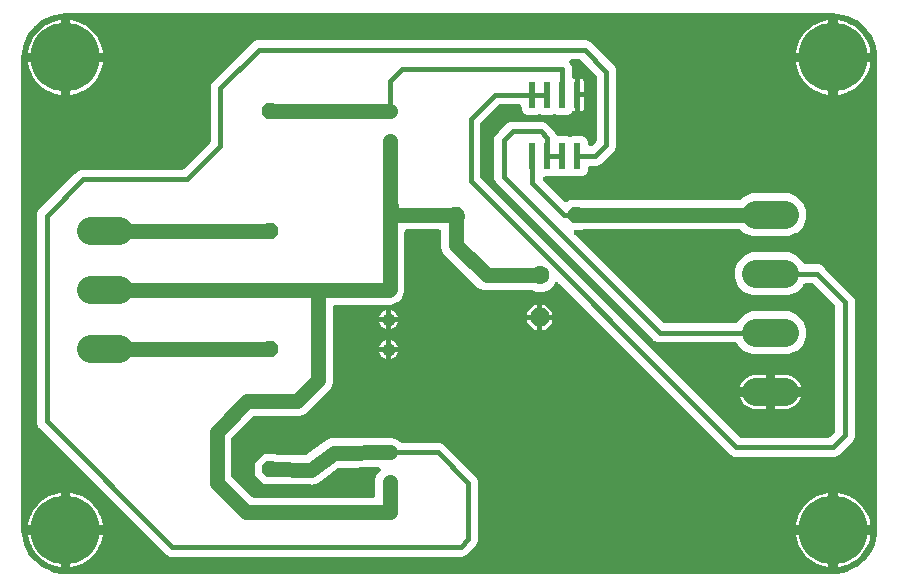
<source format=gbr>
G04 EAGLE Gerber X2 export*
%TF.Part,Single*%
%TF.FileFunction,Copper,L2,Bot,Mixed*%
%TF.FilePolarity,Positive*%
%TF.GenerationSoftware,Autodesk,EAGLE,9.0.0*%
%TF.CreationDate,2023-01-31T01:08:40Z*%
G75*
%MOMM*%
%FSLAX34Y34*%
%LPD*%
%AMOC8*
5,1,8,0,0,1.08239X$1,22.5*%
G01*
%ADD10P,1.732040X8X292.500000*%
%ADD11C,1.600200*%
%ADD12R,0.600000X2.200000*%
%ADD13C,1.117600*%
%ADD14P,1.429621X8X112.500000*%
%ADD15P,1.429621X8X202.500000*%
%ADD16C,2.400000*%
%ADD17C,5.842000*%
%ADD18C,1.270000*%
%ADD19C,0.406400*%

G36*
X700049Y12706D02*
X700049Y12706D01*
X700114Y12704D01*
X704063Y12926D01*
X704067Y12926D01*
X704072Y12926D01*
X704401Y12973D01*
X712100Y14731D01*
X712159Y14750D01*
X712220Y14762D01*
X712403Y14832D01*
X712482Y14859D01*
X712502Y14871D01*
X712530Y14881D01*
X719645Y18308D01*
X719698Y18340D01*
X719755Y18365D01*
X719917Y18474D01*
X719989Y18517D01*
X720006Y18533D01*
X720030Y18550D01*
X726205Y23474D01*
X726249Y23517D01*
X726299Y23554D01*
X726434Y23697D01*
X726493Y23755D01*
X726506Y23774D01*
X726526Y23795D01*
X731450Y29970D01*
X731484Y30022D01*
X731524Y30069D01*
X731624Y30238D01*
X731669Y30308D01*
X731677Y30330D01*
X731692Y30355D01*
X735119Y37470D01*
X735140Y37529D01*
X735169Y37583D01*
X735228Y37770D01*
X735257Y37849D01*
X735260Y37872D01*
X735269Y37900D01*
X737027Y45599D01*
X737027Y45604D01*
X737029Y45609D01*
X737074Y45937D01*
X737296Y49886D01*
X737294Y49935D01*
X737299Y50000D01*
X737299Y450000D01*
X737294Y450049D01*
X737296Y450114D01*
X737074Y454063D01*
X737074Y454067D01*
X737074Y454072D01*
X737027Y454401D01*
X735269Y462100D01*
X735250Y462159D01*
X735238Y462220D01*
X735168Y462403D01*
X735141Y462482D01*
X735129Y462502D01*
X735119Y462530D01*
X731692Y469645D01*
X731660Y469698D01*
X731635Y469755D01*
X731526Y469917D01*
X731483Y469989D01*
X731467Y470006D01*
X731450Y470030D01*
X726526Y476205D01*
X726483Y476249D01*
X726446Y476299D01*
X726303Y476434D01*
X726245Y476493D01*
X726226Y476506D01*
X726205Y476526D01*
X720030Y481450D01*
X719978Y481484D01*
X719931Y481524D01*
X719796Y481604D01*
X719790Y481609D01*
X719777Y481615D01*
X719762Y481624D01*
X719692Y481669D01*
X719670Y481678D01*
X719645Y481692D01*
X712530Y485119D01*
X712471Y485140D01*
X712417Y485169D01*
X712230Y485228D01*
X712151Y485257D01*
X712128Y485260D01*
X712100Y485269D01*
X704401Y487027D01*
X704396Y487027D01*
X704391Y487029D01*
X704063Y487074D01*
X700114Y487296D01*
X700065Y487294D01*
X700000Y487299D01*
X50000Y487299D01*
X49951Y487294D01*
X49886Y487296D01*
X45937Y487074D01*
X45933Y487074D01*
X45928Y487074D01*
X45599Y487027D01*
X37900Y485269D01*
X37841Y485250D01*
X37780Y485238D01*
X37597Y485168D01*
X37518Y485141D01*
X37498Y485129D01*
X37470Y485119D01*
X30355Y481692D01*
X30302Y481660D01*
X30245Y481635D01*
X30139Y481564D01*
X30067Y481524D01*
X30041Y481501D01*
X30011Y481483D01*
X29994Y481467D01*
X29970Y481450D01*
X23795Y476526D01*
X23751Y476483D01*
X23701Y476446D01*
X23567Y476304D01*
X23507Y476245D01*
X23494Y476226D01*
X23474Y476205D01*
X18550Y470030D01*
X18516Y469978D01*
X18476Y469931D01*
X18376Y469762D01*
X18331Y469692D01*
X18323Y469670D01*
X18308Y469645D01*
X14881Y462530D01*
X14860Y462471D01*
X14831Y462417D01*
X14772Y462230D01*
X14743Y462151D01*
X14740Y462128D01*
X14731Y462100D01*
X12973Y454401D01*
X12973Y454396D01*
X12971Y454391D01*
X12926Y454063D01*
X12704Y450114D01*
X12706Y450065D01*
X12701Y450000D01*
X12701Y50000D01*
X12706Y49951D01*
X12704Y49886D01*
X12926Y45937D01*
X12926Y45933D01*
X12926Y45928D01*
X12973Y45599D01*
X14731Y37900D01*
X14750Y37841D01*
X14762Y37780D01*
X14832Y37597D01*
X14859Y37518D01*
X14871Y37498D01*
X14881Y37470D01*
X18308Y30355D01*
X18340Y30302D01*
X18365Y30245D01*
X18474Y30083D01*
X18517Y30011D01*
X18533Y29994D01*
X18550Y29970D01*
X23474Y23795D01*
X23517Y23751D01*
X23554Y23701D01*
X23697Y23566D01*
X23755Y23507D01*
X23774Y23494D01*
X23795Y23474D01*
X29970Y18550D01*
X30022Y18516D01*
X30069Y18476D01*
X30238Y18376D01*
X30308Y18331D01*
X30330Y18323D01*
X30355Y18308D01*
X37470Y14881D01*
X37529Y14860D01*
X37583Y14831D01*
X37770Y14772D01*
X37849Y14743D01*
X37872Y14740D01*
X37900Y14731D01*
X45599Y12973D01*
X45604Y12973D01*
X45609Y12971D01*
X45937Y12926D01*
X49886Y12704D01*
X49935Y12706D01*
X50000Y12701D01*
X700000Y12701D01*
X700049Y12706D01*
G37*
%LPC*%
G36*
X138883Y27371D02*
X138883Y27371D01*
X135895Y28609D01*
X27109Y137395D01*
X25871Y140383D01*
X25871Y317617D01*
X27109Y320605D01*
X29681Y323177D01*
X57823Y351319D01*
X60395Y353891D01*
X63383Y355129D01*
X148792Y355129D01*
X148818Y355131D01*
X148845Y355129D01*
X149019Y355151D01*
X149192Y355169D01*
X149218Y355176D01*
X149244Y355180D01*
X149410Y355235D01*
X149577Y355287D01*
X149601Y355300D01*
X149626Y355308D01*
X149778Y355395D01*
X149931Y355479D01*
X149952Y355496D01*
X149975Y355509D01*
X150228Y355724D01*
X172276Y377772D01*
X172293Y377793D01*
X172314Y377810D01*
X172421Y377948D01*
X172531Y378084D01*
X172544Y378107D01*
X172560Y378128D01*
X172638Y378285D01*
X172720Y378439D01*
X172728Y378465D01*
X172740Y378489D01*
X172785Y378658D01*
X172835Y378825D01*
X172837Y378852D01*
X172844Y378878D01*
X172871Y379208D01*
X172871Y425617D01*
X174109Y428605D01*
X208895Y463391D01*
X211883Y464629D01*
X491117Y464629D01*
X494105Y463391D01*
X514891Y442605D01*
X516129Y439617D01*
X516129Y374383D01*
X514891Y371395D01*
X503005Y359509D01*
X500017Y358271D01*
X494478Y358271D01*
X494460Y358269D01*
X494442Y358271D01*
X494260Y358250D01*
X494077Y358231D01*
X494060Y358226D01*
X494043Y358224D01*
X493868Y358167D01*
X493692Y358113D01*
X493677Y358105D01*
X493660Y358099D01*
X493500Y358009D01*
X493338Y357921D01*
X493325Y357910D01*
X493309Y357901D01*
X493170Y357781D01*
X493029Y357664D01*
X493018Y357650D01*
X493004Y357638D01*
X492892Y357493D01*
X492777Y357350D01*
X492769Y357334D01*
X492758Y357320D01*
X492676Y357155D01*
X492591Y356993D01*
X492586Y356976D01*
X492578Y356960D01*
X492531Y356781D01*
X492480Y356606D01*
X492478Y356588D01*
X492474Y356571D01*
X492447Y356240D01*
X492447Y354187D01*
X491519Y351946D01*
X489804Y350231D01*
X488594Y349730D01*
X488593Y349730D01*
X487563Y349303D01*
X479137Y349303D01*
X477777Y349867D01*
X477752Y349874D01*
X477728Y349886D01*
X477559Y349933D01*
X477392Y349983D01*
X477365Y349986D01*
X477339Y349993D01*
X477165Y350005D01*
X476991Y350021D01*
X476965Y350018D01*
X476938Y350020D01*
X476763Y349997D01*
X476591Y349980D01*
X476565Y349972D01*
X476539Y349968D01*
X476223Y349867D01*
X474863Y349303D01*
X466437Y349303D01*
X465077Y349867D01*
X465052Y349874D01*
X465028Y349886D01*
X464859Y349933D01*
X464692Y349983D01*
X464665Y349986D01*
X464639Y349993D01*
X464465Y350005D01*
X464291Y350021D01*
X464265Y350018D01*
X464238Y350020D01*
X464063Y349997D01*
X463891Y349980D01*
X463865Y349972D01*
X463839Y349968D01*
X463523Y349867D01*
X462163Y349303D01*
X456096Y349303D01*
X456088Y349302D01*
X456079Y349303D01*
X455885Y349282D01*
X455696Y349263D01*
X455687Y349261D01*
X455678Y349260D01*
X455494Y349201D01*
X455311Y349145D01*
X455303Y349141D01*
X455294Y349138D01*
X455126Y349045D01*
X454957Y348953D01*
X454950Y348948D01*
X454942Y348943D01*
X454795Y348819D01*
X454648Y348696D01*
X454642Y348689D01*
X454635Y348683D01*
X454515Y348531D01*
X454395Y348382D01*
X454391Y348374D01*
X454386Y348367D01*
X454298Y348194D01*
X454210Y348025D01*
X454207Y348016D01*
X454203Y348008D01*
X454151Y347821D01*
X454098Y347638D01*
X454098Y347629D01*
X454095Y347620D01*
X454081Y347427D01*
X454065Y347236D01*
X454066Y347228D01*
X454066Y347219D01*
X454090Y347026D01*
X454112Y346837D01*
X454115Y346828D01*
X454116Y346819D01*
X454177Y346637D01*
X454237Y346454D01*
X454242Y346446D01*
X454244Y346438D01*
X454341Y346271D01*
X454435Y346103D01*
X454441Y346096D01*
X454445Y346089D01*
X454660Y345836D01*
X472381Y328115D01*
X472390Y328107D01*
X472395Y328102D01*
X472398Y328099D01*
X472406Y328090D01*
X472550Y327976D01*
X472692Y327860D01*
X472708Y327852D01*
X472722Y327840D01*
X472887Y327757D01*
X473048Y327671D01*
X473065Y327666D01*
X473081Y327658D01*
X473259Y327609D01*
X473434Y327556D01*
X473452Y327555D01*
X473469Y327550D01*
X473652Y327537D01*
X473835Y327520D01*
X473853Y327522D01*
X473870Y327521D01*
X474052Y327544D01*
X474235Y327563D01*
X474252Y327569D01*
X474270Y327571D01*
X474443Y327629D01*
X474619Y327685D01*
X474635Y327694D01*
X474652Y327699D01*
X474811Y327791D01*
X474971Y327880D01*
X474985Y327891D01*
X475000Y327900D01*
X475253Y328115D01*
X476739Y329601D01*
X487391Y329601D01*
X487433Y329580D01*
X487587Y329498D01*
X487613Y329490D01*
X487637Y329478D01*
X487806Y329433D01*
X487973Y329383D01*
X488000Y329381D01*
X488025Y329374D01*
X488356Y329347D01*
X620813Y329347D01*
X620839Y329349D01*
X620866Y329347D01*
X621040Y329369D01*
X621213Y329387D01*
X621239Y329394D01*
X621265Y329398D01*
X621431Y329453D01*
X621598Y329505D01*
X621622Y329518D01*
X621647Y329526D01*
X621799Y329613D01*
X621952Y329697D01*
X621973Y329714D01*
X621996Y329727D01*
X622249Y329942D01*
X624549Y332242D01*
X628302Y333796D01*
X631200Y334997D01*
X662400Y334997D01*
X669051Y332242D01*
X674142Y327151D01*
X676897Y320500D01*
X676897Y313300D01*
X674142Y306649D01*
X669051Y301558D01*
X667655Y300980D01*
X662751Y298949D01*
X662400Y298803D01*
X631200Y298803D01*
X624549Y301558D01*
X622249Y303858D01*
X622228Y303875D01*
X622211Y303896D01*
X622073Y304003D01*
X621938Y304113D01*
X621914Y304126D01*
X621893Y304142D01*
X621736Y304220D01*
X621582Y304302D01*
X621556Y304310D01*
X621532Y304322D01*
X621363Y304367D01*
X621196Y304417D01*
X621169Y304419D01*
X621143Y304426D01*
X620813Y304453D01*
X488356Y304453D01*
X488330Y304451D01*
X488303Y304453D01*
X488129Y304431D01*
X487956Y304413D01*
X487930Y304406D01*
X487903Y304402D01*
X487738Y304347D01*
X487571Y304295D01*
X487547Y304282D01*
X487522Y304274D01*
X487392Y304199D01*
X482200Y304199D01*
X482192Y304198D01*
X482183Y304199D01*
X481989Y304178D01*
X481800Y304159D01*
X481791Y304157D01*
X481782Y304156D01*
X481598Y304097D01*
X481415Y304041D01*
X481407Y304037D01*
X481398Y304034D01*
X481230Y303941D01*
X481061Y303849D01*
X481054Y303844D01*
X481046Y303839D01*
X480899Y303715D01*
X480752Y303592D01*
X480746Y303585D01*
X480739Y303579D01*
X480619Y303427D01*
X480499Y303278D01*
X480495Y303270D01*
X480490Y303263D01*
X480402Y303090D01*
X480314Y302921D01*
X480311Y302912D01*
X480307Y302904D01*
X480255Y302718D01*
X480202Y302534D01*
X480202Y302525D01*
X480199Y302516D01*
X480185Y302323D01*
X480169Y302132D01*
X480170Y302124D01*
X480170Y302115D01*
X480194Y301922D01*
X480216Y301733D01*
X480219Y301724D01*
X480220Y301715D01*
X480281Y301533D01*
X480341Y301350D01*
X480346Y301342D01*
X480348Y301334D01*
X480445Y301167D01*
X480539Y300999D01*
X480545Y300992D01*
X480549Y300985D01*
X480764Y300732D01*
X555872Y225624D01*
X555893Y225607D01*
X555910Y225586D01*
X556048Y225479D01*
X556184Y225369D01*
X556207Y225356D01*
X556228Y225340D01*
X556385Y225262D01*
X556539Y225180D01*
X556565Y225172D01*
X556589Y225160D01*
X556758Y225115D01*
X556925Y225065D01*
X556952Y225063D01*
X556978Y225056D01*
X557308Y225029D01*
X617222Y225029D01*
X617244Y225031D01*
X617267Y225029D01*
X617444Y225051D01*
X617623Y225069D01*
X617644Y225075D01*
X617666Y225078D01*
X617836Y225134D01*
X618008Y225187D01*
X618027Y225197D01*
X618048Y225204D01*
X618204Y225293D01*
X618362Y225379D01*
X618379Y225393D01*
X618398Y225404D01*
X618533Y225521D01*
X618671Y225636D01*
X618685Y225654D01*
X618702Y225668D01*
X618811Y225810D01*
X618923Y225950D01*
X618933Y225970D01*
X618947Y225988D01*
X619099Y226283D01*
X619458Y227151D01*
X624549Y232242D01*
X631200Y234997D01*
X662400Y234997D01*
X669051Y232242D01*
X674142Y227151D01*
X676897Y220500D01*
X676897Y213300D01*
X674142Y206649D01*
X669051Y201558D01*
X668787Y201449D01*
X663883Y199418D01*
X662400Y198803D01*
X631200Y198803D01*
X624549Y201558D01*
X619458Y206649D01*
X619099Y207517D01*
X619088Y207537D01*
X619081Y207558D01*
X618993Y207714D01*
X618909Y207872D01*
X618894Y207889D01*
X618883Y207909D01*
X618766Y208044D01*
X618652Y208183D01*
X618635Y208197D01*
X618620Y208214D01*
X618479Y208323D01*
X618339Y208436D01*
X618320Y208447D01*
X618302Y208460D01*
X618142Y208540D01*
X617983Y208623D01*
X617962Y208630D01*
X617942Y208640D01*
X617768Y208686D01*
X617597Y208736D01*
X617574Y208738D01*
X617553Y208744D01*
X617222Y208771D01*
X551483Y208771D01*
X548495Y210009D01*
X414109Y344395D01*
X412871Y347383D01*
X412871Y381617D01*
X414109Y384605D01*
X416681Y387177D01*
X421323Y391819D01*
X423895Y394391D01*
X426883Y395629D01*
X454117Y395629D01*
X457105Y394391D01*
X464841Y386655D01*
X465630Y384751D01*
X465640Y384731D01*
X465647Y384710D01*
X465735Y384554D01*
X465820Y384396D01*
X465834Y384379D01*
X465845Y384359D01*
X465962Y384224D01*
X466076Y384085D01*
X466094Y384071D01*
X466108Y384054D01*
X466250Y383945D01*
X466389Y383832D01*
X466409Y383821D01*
X466426Y383808D01*
X466587Y383728D01*
X466746Y383645D01*
X466767Y383638D01*
X466787Y383628D01*
X466961Y383582D01*
X467132Y383532D01*
X467154Y383530D01*
X467176Y383524D01*
X467506Y383497D01*
X474863Y383497D01*
X476223Y382933D01*
X476248Y382926D01*
X476272Y382914D01*
X476440Y382868D01*
X476608Y382817D01*
X476635Y382814D01*
X476661Y382807D01*
X476835Y382795D01*
X477009Y382779D01*
X477035Y382782D01*
X477062Y382780D01*
X477236Y382802D01*
X477409Y382820D01*
X477435Y382828D01*
X477461Y382832D01*
X477777Y382933D01*
X479137Y383497D01*
X487563Y383497D01*
X489804Y382569D01*
X491519Y380854D01*
X492447Y378613D01*
X492447Y376846D01*
X492448Y376838D01*
X492447Y376829D01*
X492468Y376637D01*
X492487Y376446D01*
X492489Y376437D01*
X492490Y376428D01*
X492548Y376246D01*
X492605Y376061D01*
X492609Y376053D01*
X492612Y376044D01*
X492705Y375876D01*
X492797Y375707D01*
X492802Y375700D01*
X492807Y375692D01*
X492931Y375545D01*
X493054Y375398D01*
X493061Y375392D01*
X493067Y375385D01*
X493218Y375266D01*
X493368Y375145D01*
X493376Y375141D01*
X493383Y375136D01*
X493556Y375048D01*
X493725Y374960D01*
X493734Y374957D01*
X493742Y374953D01*
X493928Y374901D01*
X494112Y374848D01*
X494121Y374848D01*
X494130Y374845D01*
X494323Y374831D01*
X494514Y374815D01*
X494522Y374816D01*
X494531Y374816D01*
X494724Y374840D01*
X494913Y374862D01*
X494922Y374865D01*
X494931Y374866D01*
X495114Y374928D01*
X495296Y374987D01*
X495304Y374992D01*
X495312Y374994D01*
X495479Y375091D01*
X495647Y375185D01*
X495654Y375191D01*
X495661Y375195D01*
X495914Y375410D01*
X499276Y378772D01*
X499293Y378793D01*
X499314Y378810D01*
X499420Y378948D01*
X499531Y379084D01*
X499544Y379107D01*
X499560Y379128D01*
X499638Y379284D01*
X499720Y379439D01*
X499728Y379465D01*
X499740Y379489D01*
X499785Y379658D01*
X499835Y379825D01*
X499837Y379852D01*
X499844Y379878D01*
X499871Y380208D01*
X499871Y433792D01*
X499869Y433818D01*
X499871Y433845D01*
X499849Y434019D01*
X499831Y434192D01*
X499824Y434218D01*
X499820Y434244D01*
X499765Y434410D01*
X499713Y434577D01*
X499700Y434601D01*
X499692Y434626D01*
X499605Y434778D01*
X499521Y434931D01*
X499504Y434952D01*
X499491Y434975D01*
X499276Y435228D01*
X486728Y447776D01*
X486707Y447793D01*
X486690Y447814D01*
X486552Y447921D01*
X486416Y448031D01*
X486393Y448044D01*
X486372Y448060D01*
X486215Y448138D01*
X486061Y448220D01*
X486035Y448228D01*
X486011Y448240D01*
X485842Y448285D01*
X485675Y448335D01*
X485648Y448337D01*
X485622Y448344D01*
X485292Y448371D01*
X478678Y448371D01*
X478669Y448370D01*
X478661Y448371D01*
X478470Y448351D01*
X478278Y448331D01*
X478269Y448329D01*
X478260Y448328D01*
X478077Y448270D01*
X477893Y448213D01*
X477885Y448209D01*
X477876Y448206D01*
X477708Y448113D01*
X477539Y448021D01*
X477532Y448016D01*
X477524Y448011D01*
X477377Y447887D01*
X477230Y447764D01*
X477224Y447757D01*
X477217Y447751D01*
X477098Y447600D01*
X476977Y447450D01*
X476973Y447442D01*
X476968Y447435D01*
X476879Y447262D01*
X476792Y447093D01*
X476789Y447084D01*
X476785Y447076D01*
X476733Y446889D01*
X476680Y446706D01*
X476680Y446697D01*
X476677Y446688D01*
X476663Y446496D01*
X476647Y446304D01*
X476648Y446296D01*
X476648Y446287D01*
X476672Y446095D01*
X476694Y445905D01*
X476697Y445896D01*
X476698Y445887D01*
X476759Y445705D01*
X476819Y445522D01*
X476824Y445514D01*
X476826Y445506D01*
X476923Y445338D01*
X477017Y445171D01*
X477023Y445164D01*
X477027Y445157D01*
X477242Y444904D01*
X477541Y444605D01*
X478779Y441617D01*
X478779Y433972D01*
X478781Y433954D01*
X478779Y433936D01*
X478800Y433754D01*
X478819Y433571D01*
X478824Y433554D01*
X478826Y433537D01*
X478883Y433362D01*
X478937Y433186D01*
X478945Y433171D01*
X478951Y433154D01*
X479041Y432994D01*
X479129Y432832D01*
X479140Y432819D01*
X479149Y432803D01*
X479269Y432664D01*
X479386Y432523D01*
X479400Y432512D01*
X479412Y432498D01*
X479557Y432386D01*
X479700Y432271D01*
X479716Y432263D01*
X479730Y432252D01*
X479895Y432170D01*
X480057Y432085D01*
X480074Y432080D01*
X480090Y432072D01*
X480269Y432025D01*
X480444Y431974D01*
X480462Y431972D01*
X480479Y431968D01*
X480810Y431941D01*
X481319Y431941D01*
X481319Y418400D01*
X481319Y404859D01*
X480554Y404859D01*
X480531Y404857D01*
X480509Y404859D01*
X480331Y404837D01*
X480153Y404819D01*
X480132Y404813D01*
X480109Y404810D01*
X479939Y404754D01*
X479768Y404701D01*
X479749Y404691D01*
X479727Y404683D01*
X479571Y404595D01*
X479414Y404510D01*
X479397Y404495D01*
X479378Y404484D01*
X479243Y404367D01*
X479105Y404252D01*
X479091Y404234D01*
X479074Y404219D01*
X479016Y404144D01*
X477104Y402231D01*
X474863Y401303D01*
X466437Y401303D01*
X465077Y401867D01*
X465052Y401874D01*
X465028Y401886D01*
X464859Y401933D01*
X464692Y401983D01*
X464665Y401986D01*
X464639Y401993D01*
X464465Y402005D01*
X464291Y402021D01*
X464265Y402018D01*
X464238Y402020D01*
X464063Y401997D01*
X463891Y401980D01*
X463865Y401972D01*
X463839Y401968D01*
X463523Y401867D01*
X462163Y401303D01*
X453737Y401303D01*
X452377Y401867D01*
X452352Y401874D01*
X452328Y401886D01*
X452160Y401932D01*
X451992Y401983D01*
X451965Y401986D01*
X451939Y401993D01*
X451765Y402005D01*
X451591Y402021D01*
X451565Y402018D01*
X451538Y402020D01*
X451364Y401998D01*
X451191Y401980D01*
X451165Y401972D01*
X451139Y401968D01*
X450823Y401867D01*
X449463Y401303D01*
X441037Y401303D01*
X438796Y402231D01*
X437081Y403946D01*
X436153Y406187D01*
X436153Y408240D01*
X436151Y408258D01*
X436153Y408276D01*
X436132Y408458D01*
X436113Y408641D01*
X436108Y408658D01*
X436106Y408675D01*
X436049Y408850D01*
X435995Y409026D01*
X435987Y409041D01*
X435981Y409058D01*
X435891Y409218D01*
X435803Y409380D01*
X435792Y409393D01*
X435783Y409409D01*
X435663Y409548D01*
X435546Y409689D01*
X435532Y409700D01*
X435520Y409714D01*
X435375Y409826D01*
X435232Y409941D01*
X435216Y409949D01*
X435202Y409960D01*
X435037Y410042D01*
X434875Y410127D01*
X434858Y410132D01*
X434842Y410140D01*
X434663Y410187D01*
X434488Y410238D01*
X434470Y410240D01*
X434453Y410244D01*
X434122Y410271D01*
X417608Y410271D01*
X417582Y410269D01*
X417555Y410271D01*
X417381Y410249D01*
X417208Y410231D01*
X417182Y410224D01*
X417156Y410220D01*
X416990Y410165D01*
X416823Y410113D01*
X416799Y410100D01*
X416774Y410092D01*
X416622Y410005D01*
X416469Y409921D01*
X416448Y409904D01*
X416425Y409891D01*
X416172Y409676D01*
X401724Y395228D01*
X401707Y395207D01*
X401686Y395190D01*
X401579Y395052D01*
X401469Y394916D01*
X401456Y394893D01*
X401440Y394872D01*
X401362Y394715D01*
X401280Y394561D01*
X401272Y394535D01*
X401260Y394511D01*
X401215Y394342D01*
X401165Y394175D01*
X401163Y394148D01*
X401156Y394122D01*
X401129Y393792D01*
X401129Y349208D01*
X401131Y349182D01*
X401129Y349155D01*
X401151Y348981D01*
X401169Y348808D01*
X401176Y348782D01*
X401180Y348756D01*
X401235Y348590D01*
X401287Y348423D01*
X401300Y348399D01*
X401308Y348374D01*
X401395Y348222D01*
X401479Y348069D01*
X401496Y348048D01*
X401509Y348025D01*
X401724Y347772D01*
X620772Y128724D01*
X620793Y128707D01*
X620810Y128686D01*
X620948Y128579D01*
X621084Y128469D01*
X621107Y128456D01*
X621128Y128440D01*
X621285Y128362D01*
X621439Y128280D01*
X621465Y128272D01*
X621489Y128260D01*
X621658Y128215D01*
X621825Y128165D01*
X621852Y128163D01*
X621878Y128156D01*
X622208Y128129D01*
X695792Y128129D01*
X695818Y128131D01*
X695845Y128129D01*
X696019Y128151D01*
X696192Y128169D01*
X696218Y128176D01*
X696244Y128180D01*
X696410Y128235D01*
X696577Y128287D01*
X696601Y128300D01*
X696626Y128308D01*
X696778Y128395D01*
X696931Y128479D01*
X696952Y128496D01*
X696975Y128509D01*
X697228Y128724D01*
X701276Y132772D01*
X701293Y132793D01*
X701314Y132810D01*
X701421Y132948D01*
X701531Y133084D01*
X701544Y133107D01*
X701560Y133128D01*
X701638Y133285D01*
X701720Y133439D01*
X701728Y133465D01*
X701740Y133489D01*
X701785Y133658D01*
X701835Y133825D01*
X701837Y133852D01*
X701844Y133878D01*
X701871Y134208D01*
X701871Y238792D01*
X701869Y238818D01*
X701871Y238845D01*
X701849Y239019D01*
X701831Y239192D01*
X701824Y239218D01*
X701820Y239244D01*
X701765Y239410D01*
X701713Y239577D01*
X701700Y239601D01*
X701692Y239626D01*
X701605Y239778D01*
X701521Y239931D01*
X701504Y239952D01*
X701491Y239975D01*
X701276Y240228D01*
X683328Y258176D01*
X683307Y258193D01*
X683290Y258214D01*
X683152Y258321D01*
X683016Y258431D01*
X682993Y258444D01*
X682972Y258460D01*
X682815Y258538D01*
X682661Y258620D01*
X682635Y258628D01*
X682611Y258640D01*
X682442Y258685D01*
X682275Y258735D01*
X682248Y258737D01*
X682222Y258744D01*
X681892Y258771D01*
X676378Y258771D01*
X676356Y258769D01*
X676333Y258771D01*
X676156Y258749D01*
X675977Y258731D01*
X675956Y258725D01*
X675934Y258722D01*
X675764Y258666D01*
X675592Y258613D01*
X675573Y258603D01*
X675552Y258596D01*
X675396Y258507D01*
X675238Y258421D01*
X675221Y258407D01*
X675202Y258396D01*
X675067Y258279D01*
X674929Y258164D01*
X674915Y258146D01*
X674898Y258132D01*
X674789Y257990D01*
X674677Y257850D01*
X674667Y257830D01*
X674653Y257812D01*
X674501Y257517D01*
X674142Y256649D01*
X669051Y251558D01*
X662400Y248803D01*
X631200Y248803D01*
X624549Y251558D01*
X619458Y256649D01*
X616703Y263300D01*
X616703Y270500D01*
X619458Y277151D01*
X624549Y282242D01*
X631200Y284997D01*
X662400Y284997D01*
X669051Y282242D01*
X674142Y277151D01*
X674501Y276283D01*
X674512Y276263D01*
X674519Y276242D01*
X674607Y276086D01*
X674691Y275928D01*
X674706Y275911D01*
X674717Y275891D01*
X674834Y275756D01*
X674948Y275617D01*
X674965Y275603D01*
X674980Y275586D01*
X675121Y275477D01*
X675261Y275364D01*
X675280Y275353D01*
X675298Y275340D01*
X675458Y275260D01*
X675617Y275177D01*
X675638Y275170D01*
X675658Y275160D01*
X675832Y275114D01*
X676003Y275064D01*
X676026Y275062D01*
X676047Y275056D01*
X676378Y275029D01*
X683738Y275029D01*
X683769Y275032D01*
X683800Y275030D01*
X683968Y275052D01*
X684138Y275069D01*
X684168Y275078D01*
X684199Y275082D01*
X684345Y275129D01*
X687617Y275129D01*
X690605Y273891D01*
X693177Y271319D01*
X716891Y247605D01*
X718129Y244617D01*
X718129Y128383D01*
X716891Y125395D01*
X714319Y122823D01*
X707177Y115681D01*
X704605Y113109D01*
X701617Y111871D01*
X616383Y111871D01*
X613395Y113109D01*
X610823Y115681D01*
X467300Y259204D01*
X467289Y259213D01*
X467281Y259223D01*
X467133Y259341D01*
X466988Y259459D01*
X466977Y259466D01*
X466966Y259474D01*
X466797Y259561D01*
X466633Y259648D01*
X466620Y259652D01*
X466608Y259658D01*
X466426Y259709D01*
X466247Y259763D01*
X466233Y259764D01*
X466220Y259768D01*
X466035Y259782D01*
X465846Y259799D01*
X465832Y259798D01*
X465819Y259799D01*
X465634Y259776D01*
X465445Y259756D01*
X465433Y259752D01*
X465419Y259750D01*
X465242Y259692D01*
X465062Y259634D01*
X465050Y259628D01*
X465037Y259624D01*
X464874Y259531D01*
X464709Y259440D01*
X464699Y259431D01*
X464687Y259424D01*
X464546Y259301D01*
X464402Y259179D01*
X464394Y259168D01*
X464384Y259160D01*
X464269Y259011D01*
X464153Y258863D01*
X464147Y258851D01*
X464138Y258841D01*
X463987Y258545D01*
X463551Y257494D01*
X459586Y253529D01*
X454404Y251382D01*
X448796Y251382D01*
X445183Y252879D01*
X445153Y252888D01*
X445125Y252902D01*
X444961Y252946D01*
X444798Y252995D01*
X444767Y252998D01*
X444737Y253006D01*
X444406Y253033D01*
X404044Y253033D01*
X399469Y254928D01*
X369848Y284549D01*
X367953Y289124D01*
X367953Y302422D01*
X367951Y302440D01*
X367953Y302458D01*
X367932Y302640D01*
X367913Y302823D01*
X367908Y302840D01*
X367906Y302857D01*
X367849Y303032D01*
X367795Y303208D01*
X367787Y303223D01*
X367781Y303240D01*
X367691Y303400D01*
X367603Y303562D01*
X367592Y303575D01*
X367583Y303591D01*
X367463Y303730D01*
X367346Y303871D01*
X367332Y303882D01*
X367320Y303896D01*
X367175Y304008D01*
X367032Y304123D01*
X367016Y304131D01*
X367002Y304142D01*
X366837Y304224D01*
X366675Y304309D01*
X366658Y304314D01*
X366642Y304322D01*
X366463Y304369D01*
X366288Y304420D01*
X366270Y304422D01*
X366253Y304426D01*
X365922Y304453D01*
X339078Y304453D01*
X339060Y304451D01*
X339042Y304453D01*
X338860Y304432D01*
X338677Y304413D01*
X338660Y304408D01*
X338643Y304406D01*
X338468Y304349D01*
X338292Y304295D01*
X338277Y304287D01*
X338260Y304281D01*
X338100Y304191D01*
X337938Y304103D01*
X337925Y304092D01*
X337909Y304083D01*
X337770Y303963D01*
X337629Y303846D01*
X337618Y303832D01*
X337604Y303820D01*
X337492Y303675D01*
X337377Y303532D01*
X337369Y303516D01*
X337358Y303502D01*
X337276Y303337D01*
X337191Y303175D01*
X337186Y303158D01*
X337178Y303142D01*
X337131Y302963D01*
X337080Y302788D01*
X337078Y302770D01*
X337074Y302753D01*
X337047Y302422D01*
X337047Y251725D01*
X335000Y246783D01*
X331217Y243000D01*
X330883Y242862D01*
X330856Y242847D01*
X330826Y242837D01*
X330678Y242752D01*
X330528Y242672D01*
X330504Y242652D01*
X330477Y242636D01*
X330394Y242566D01*
X329206Y242074D01*
X325776Y240653D01*
X278478Y240653D01*
X278460Y240651D01*
X278442Y240653D01*
X278260Y240632D01*
X278077Y240613D01*
X278060Y240608D01*
X278043Y240606D01*
X277868Y240549D01*
X277692Y240495D01*
X277677Y240487D01*
X277660Y240481D01*
X277500Y240391D01*
X277338Y240303D01*
X277325Y240292D01*
X277309Y240283D01*
X277170Y240163D01*
X277029Y240046D01*
X277018Y240032D01*
X277004Y240020D01*
X276892Y239875D01*
X276777Y239732D01*
X276769Y239716D01*
X276758Y239702D01*
X276676Y239537D01*
X276591Y239375D01*
X276586Y239358D01*
X276578Y239342D01*
X276531Y239163D01*
X276480Y238988D01*
X276478Y238970D01*
X276474Y238953D01*
X276447Y238622D01*
X276447Y174524D01*
X274552Y169949D01*
X253051Y148448D01*
X248476Y146553D01*
X209997Y146553D01*
X209970Y146551D01*
X209944Y146553D01*
X209770Y146531D01*
X209596Y146513D01*
X209571Y146506D01*
X209544Y146502D01*
X209379Y146447D01*
X209211Y146395D01*
X209188Y146382D01*
X209163Y146374D01*
X209011Y146287D01*
X208857Y146203D01*
X208837Y146186D01*
X208814Y146173D01*
X208561Y145958D01*
X191042Y128439D01*
X191025Y128419D01*
X191004Y128401D01*
X190897Y128263D01*
X190787Y128128D01*
X190774Y128104D01*
X190758Y128083D01*
X190680Y127926D01*
X190598Y127772D01*
X190590Y127747D01*
X190578Y127722D01*
X190533Y127553D01*
X190483Y127386D01*
X190481Y127360D01*
X190474Y127334D01*
X190447Y127003D01*
X190447Y95997D01*
X190449Y95970D01*
X190447Y95944D01*
X190469Y95770D01*
X190487Y95596D01*
X190494Y95571D01*
X190498Y95544D01*
X190553Y95379D01*
X190605Y95211D01*
X190618Y95188D01*
X190626Y95163D01*
X190713Y95011D01*
X190797Y94857D01*
X190814Y94837D01*
X190827Y94814D01*
X191042Y94561D01*
X207661Y77942D01*
X207681Y77925D01*
X207699Y77904D01*
X207837Y77797D01*
X207972Y77687D01*
X207996Y77674D01*
X208017Y77658D01*
X208174Y77580D01*
X208328Y77498D01*
X208353Y77490D01*
X208378Y77478D01*
X208547Y77433D01*
X208714Y77383D01*
X208740Y77381D01*
X208766Y77374D01*
X209097Y77347D01*
X310122Y77347D01*
X310140Y77349D01*
X310158Y77347D01*
X310340Y77368D01*
X310523Y77387D01*
X310540Y77392D01*
X310557Y77394D01*
X310732Y77451D01*
X310908Y77505D01*
X310923Y77513D01*
X310940Y77519D01*
X311100Y77609D01*
X311262Y77697D01*
X311275Y77708D01*
X311291Y77717D01*
X311430Y77837D01*
X311571Y77954D01*
X311582Y77968D01*
X311596Y77980D01*
X311708Y78125D01*
X311823Y78268D01*
X311831Y78284D01*
X311842Y78298D01*
X311924Y78463D01*
X312009Y78625D01*
X312014Y78642D01*
X312022Y78658D01*
X312069Y78837D01*
X312120Y79012D01*
X312122Y79030D01*
X312126Y79047D01*
X312153Y79378D01*
X312153Y92776D01*
X314048Y97351D01*
X316339Y99642D01*
X316354Y99660D01*
X316372Y99676D01*
X316482Y99815D01*
X316594Y99953D01*
X316605Y99974D01*
X316620Y99993D01*
X316700Y100152D01*
X316783Y100309D01*
X316790Y100332D01*
X316800Y100353D01*
X316847Y100524D01*
X316898Y100695D01*
X316900Y100718D01*
X316906Y100742D01*
X316918Y100918D01*
X316934Y101096D01*
X316931Y101120D01*
X316933Y101143D01*
X316910Y101318D01*
X316891Y101496D01*
X316883Y101519D01*
X316880Y101542D01*
X316823Y101710D01*
X316769Y101880D01*
X316758Y101901D01*
X316750Y101923D01*
X316660Y102077D01*
X316574Y102232D01*
X316559Y102250D01*
X316547Y102271D01*
X316429Y102404D01*
X316314Y102539D01*
X316295Y102554D01*
X316279Y102572D01*
X316137Y102679D01*
X315998Y102789D01*
X315977Y102799D01*
X315958Y102814D01*
X315797Y102891D01*
X315639Y102971D01*
X315616Y102977D01*
X315594Y102988D01*
X315423Y103031D01*
X315251Y103079D01*
X315227Y103081D01*
X315204Y103087D01*
X314873Y103109D01*
X281823Y102623D01*
X281762Y102616D01*
X281702Y102617D01*
X281563Y102593D01*
X281423Y102577D01*
X281365Y102558D01*
X281305Y102548D01*
X281174Y102497D01*
X281040Y102453D01*
X280987Y102424D01*
X280930Y102401D01*
X280760Y102297D01*
X280688Y102256D01*
X280672Y102242D01*
X280648Y102227D01*
X266211Y91590D01*
X266152Y91536D01*
X265992Y91403D01*
X264960Y90388D01*
X264357Y90145D01*
X264278Y90103D01*
X264196Y90071D01*
X264076Y89997D01*
X264001Y89958D01*
X263965Y89928D01*
X263914Y89897D01*
X263390Y89511D01*
X261985Y89164D01*
X261910Y89137D01*
X261711Y89075D01*
X260369Y88533D01*
X259719Y88538D01*
X259630Y88530D01*
X259542Y88532D01*
X259403Y88509D01*
X259318Y88502D01*
X259274Y88488D01*
X259214Y88479D01*
X258583Y88323D01*
X257152Y88540D01*
X257072Y88544D01*
X256865Y88563D01*
X229319Y88799D01*
X229283Y88795D01*
X229248Y88798D01*
X229084Y88777D01*
X228918Y88762D01*
X228884Y88752D01*
X228849Y88748D01*
X228691Y88695D01*
X228532Y88647D01*
X228501Y88631D01*
X228467Y88619D01*
X228432Y88599D01*
X217739Y88599D01*
X210299Y96039D01*
X210299Y106561D01*
X217739Y114001D01*
X228339Y114001D01*
X228479Y113930D01*
X228641Y113844D01*
X228659Y113838D01*
X228675Y113830D01*
X228852Y113781D01*
X229027Y113729D01*
X229045Y113727D01*
X229063Y113722D01*
X229393Y113692D01*
X253280Y113488D01*
X253364Y113495D01*
X253449Y113493D01*
X253564Y113513D01*
X253681Y113524D01*
X253762Y113548D01*
X253845Y113563D01*
X253954Y113605D01*
X254067Y113639D01*
X254141Y113678D01*
X254220Y113709D01*
X254347Y113787D01*
X254423Y113828D01*
X254455Y113854D01*
X254502Y113884D01*
X268652Y124310D01*
X268654Y124311D01*
X268655Y124312D01*
X268905Y124530D01*
X269795Y125447D01*
X270549Y125772D01*
X270606Y125804D01*
X270667Y125828D01*
X270827Y125926D01*
X270901Y125968D01*
X270921Y125985D01*
X270949Y126002D01*
X271610Y126489D01*
X272851Y126796D01*
X272852Y126796D01*
X272854Y126796D01*
X273168Y126903D01*
X274341Y127409D01*
X275162Y127421D01*
X275227Y127428D01*
X275292Y127427D01*
X275478Y127457D01*
X275562Y127467D01*
X275587Y127475D01*
X275620Y127480D01*
X276417Y127677D01*
X277680Y127486D01*
X277682Y127486D01*
X277683Y127485D01*
X278015Y127463D01*
X326893Y128182D01*
X331495Y126354D01*
X333504Y124403D01*
X333514Y124395D01*
X333521Y124386D01*
X333671Y124270D01*
X333820Y124152D01*
X333830Y124147D01*
X333839Y124140D01*
X334008Y124056D01*
X334178Y123969D01*
X334189Y123966D01*
X334200Y123960D01*
X334384Y123911D01*
X334566Y123860D01*
X334577Y123859D01*
X334589Y123856D01*
X334920Y123829D01*
X366917Y123829D01*
X369905Y122591D01*
X397891Y94605D01*
X399129Y91617D01*
X399129Y40383D01*
X397891Y37395D01*
X395319Y34823D01*
X391677Y31181D01*
X389105Y28609D01*
X386117Y27371D01*
X138883Y27371D01*
G37*
%LPD*%
%LPC*%
G36*
X54063Y454063D02*
X54063Y454063D01*
X54063Y481504D01*
X54664Y481445D01*
X57724Y480836D01*
X60710Y479931D01*
X63591Y478737D01*
X66343Y477266D01*
X68936Y475533D01*
X71348Y473554D01*
X73554Y471348D01*
X75533Y468936D01*
X77266Y466343D01*
X78737Y463591D01*
X79931Y460710D01*
X80836Y457724D01*
X81445Y454664D01*
X81504Y454063D01*
X54063Y454063D01*
G37*
%LPD*%
%LPC*%
G36*
X704063Y454063D02*
X704063Y454063D01*
X704063Y481504D01*
X704664Y481445D01*
X707724Y480836D01*
X710710Y479931D01*
X713591Y478737D01*
X716343Y477266D01*
X718936Y475533D01*
X721348Y473554D01*
X723554Y471348D01*
X725533Y468936D01*
X727266Y466343D01*
X728737Y463591D01*
X729931Y460710D01*
X730836Y457724D01*
X731445Y454664D01*
X731504Y454063D01*
X704063Y454063D01*
G37*
%LPD*%
%LPC*%
G36*
X704063Y54063D02*
X704063Y54063D01*
X704063Y81504D01*
X704664Y81445D01*
X707724Y80836D01*
X710710Y79931D01*
X713591Y78737D01*
X716343Y77266D01*
X718936Y75533D01*
X721348Y73554D01*
X723554Y71348D01*
X725533Y68936D01*
X727266Y66343D01*
X728737Y63591D01*
X729931Y60710D01*
X730836Y57724D01*
X731445Y54664D01*
X731504Y54063D01*
X704063Y54063D01*
G37*
%LPD*%
%LPC*%
G36*
X54063Y54063D02*
X54063Y54063D01*
X54063Y81504D01*
X54664Y81445D01*
X57724Y80836D01*
X60710Y79931D01*
X63591Y78737D01*
X66343Y77266D01*
X68936Y75533D01*
X71348Y73554D01*
X73554Y71348D01*
X75533Y68936D01*
X77266Y66343D01*
X78737Y63591D01*
X79931Y60710D01*
X80836Y57724D01*
X81445Y54664D01*
X81504Y54063D01*
X54063Y54063D01*
G37*
%LPD*%
%LPC*%
G36*
X18496Y454063D02*
X18496Y454063D01*
X18555Y454664D01*
X19164Y457724D01*
X20069Y460710D01*
X21263Y463591D01*
X22734Y466343D01*
X24467Y468936D01*
X26446Y471348D01*
X28652Y473554D01*
X31064Y475533D01*
X33657Y477266D01*
X36409Y478737D01*
X39290Y479931D01*
X42276Y480836D01*
X45336Y481445D01*
X45937Y481504D01*
X45937Y454063D01*
X18496Y454063D01*
G37*
%LPD*%
%LPC*%
G36*
X668496Y454063D02*
X668496Y454063D01*
X668555Y454664D01*
X669164Y457724D01*
X670069Y460710D01*
X671263Y463591D01*
X672734Y466343D01*
X674467Y468936D01*
X676446Y471348D01*
X678652Y473554D01*
X681064Y475533D01*
X683657Y477266D01*
X686409Y478737D01*
X689290Y479931D01*
X692276Y480836D01*
X695336Y481445D01*
X695937Y481504D01*
X695937Y454063D01*
X668496Y454063D01*
G37*
%LPD*%
%LPC*%
G36*
X54063Y45937D02*
X54063Y45937D01*
X81504Y45937D01*
X81445Y45336D01*
X80836Y42276D01*
X79931Y39290D01*
X78737Y36409D01*
X77266Y33657D01*
X75533Y31064D01*
X73554Y28652D01*
X71348Y26446D01*
X68936Y24467D01*
X66343Y22734D01*
X63591Y21263D01*
X60710Y20069D01*
X57724Y19164D01*
X54664Y18555D01*
X54063Y18496D01*
X54063Y45937D01*
G37*
%LPD*%
%LPC*%
G36*
X704063Y45937D02*
X704063Y45937D01*
X731504Y45937D01*
X731445Y45336D01*
X730836Y42276D01*
X729931Y39290D01*
X728737Y36409D01*
X727266Y33657D01*
X725533Y31064D01*
X723554Y28652D01*
X721348Y26446D01*
X718936Y24467D01*
X716343Y22734D01*
X713591Y21263D01*
X710710Y20069D01*
X707724Y19164D01*
X704664Y18555D01*
X704063Y18496D01*
X704063Y45937D01*
G37*
%LPD*%
%LPC*%
G36*
X668496Y54063D02*
X668496Y54063D01*
X668555Y54664D01*
X669164Y57724D01*
X670069Y60710D01*
X671263Y63591D01*
X672734Y66343D01*
X674467Y68936D01*
X676446Y71348D01*
X678652Y73554D01*
X681064Y75533D01*
X683657Y77266D01*
X686409Y78737D01*
X689290Y79931D01*
X692276Y80836D01*
X695336Y81445D01*
X695937Y81504D01*
X695937Y54063D01*
X668496Y54063D01*
G37*
%LPD*%
%LPC*%
G36*
X18496Y54063D02*
X18496Y54063D01*
X18555Y54664D01*
X19164Y57724D01*
X20069Y60710D01*
X21263Y63591D01*
X22734Y66343D01*
X24467Y68936D01*
X26446Y71348D01*
X28652Y73554D01*
X31064Y75533D01*
X33657Y77266D01*
X36409Y78737D01*
X39290Y79931D01*
X42276Y80836D01*
X45336Y81445D01*
X45937Y81504D01*
X45937Y54063D01*
X18496Y54063D01*
G37*
%LPD*%
%LPC*%
G36*
X704063Y445937D02*
X704063Y445937D01*
X731504Y445937D01*
X731445Y445336D01*
X730836Y442276D01*
X729931Y439290D01*
X728737Y436409D01*
X727266Y433657D01*
X725533Y431064D01*
X723554Y428652D01*
X721348Y426446D01*
X718936Y424467D01*
X716343Y422734D01*
X713591Y421263D01*
X710710Y420069D01*
X707724Y419164D01*
X704664Y418555D01*
X704063Y418496D01*
X704063Y445937D01*
G37*
%LPD*%
%LPC*%
G36*
X54063Y445937D02*
X54063Y445937D01*
X81504Y445937D01*
X81445Y445336D01*
X80836Y442276D01*
X79931Y439290D01*
X78737Y436409D01*
X77266Y433657D01*
X75533Y431064D01*
X73554Y428652D01*
X71348Y426446D01*
X68936Y424467D01*
X66343Y422734D01*
X63591Y421263D01*
X60710Y420069D01*
X57724Y419164D01*
X54664Y418555D01*
X54063Y418496D01*
X54063Y445937D01*
G37*
%LPD*%
%LPC*%
G36*
X45336Y18555D02*
X45336Y18555D01*
X42276Y19164D01*
X39290Y20069D01*
X36409Y21263D01*
X33657Y22734D01*
X31064Y24467D01*
X28652Y26446D01*
X26446Y28652D01*
X24467Y31064D01*
X22734Y33657D01*
X21263Y36409D01*
X20069Y39290D01*
X19164Y42276D01*
X18555Y45336D01*
X18496Y45937D01*
X45937Y45937D01*
X45937Y18496D01*
X45336Y18555D01*
G37*
%LPD*%
%LPC*%
G36*
X695336Y18555D02*
X695336Y18555D01*
X692276Y19164D01*
X689290Y20069D01*
X686409Y21263D01*
X683657Y22734D01*
X681064Y24467D01*
X678652Y26446D01*
X676446Y28652D01*
X674467Y31064D01*
X672734Y33657D01*
X671263Y36409D01*
X670069Y39290D01*
X669164Y42276D01*
X668555Y45336D01*
X668496Y45937D01*
X695937Y45937D01*
X695937Y18496D01*
X695336Y18555D01*
G37*
%LPD*%
%LPC*%
G36*
X695336Y418555D02*
X695336Y418555D01*
X692276Y419164D01*
X689290Y420069D01*
X686409Y421263D01*
X683657Y422734D01*
X681064Y424467D01*
X678652Y426446D01*
X676446Y428652D01*
X674467Y431064D01*
X672734Y433657D01*
X671263Y436409D01*
X670069Y439290D01*
X669164Y442276D01*
X668555Y445336D01*
X668496Y445937D01*
X695937Y445937D01*
X695937Y418496D01*
X695336Y418555D01*
G37*
%LPD*%
%LPC*%
G36*
X45336Y418555D02*
X45336Y418555D01*
X42276Y419164D01*
X39290Y420069D01*
X36409Y421263D01*
X33657Y422734D01*
X31064Y424467D01*
X28652Y426446D01*
X26446Y428652D01*
X24467Y431064D01*
X22734Y433657D01*
X21263Y436409D01*
X20069Y439290D01*
X19164Y442276D01*
X18555Y445336D01*
X18496Y445937D01*
X45937Y445937D01*
X45937Y418496D01*
X45336Y418555D01*
G37*
%LPD*%
%LPC*%
G36*
X650799Y170899D02*
X650799Y170899D01*
X650799Y181441D01*
X659753Y181441D01*
X661643Y181192D01*
X663484Y180699D01*
X665245Y179969D01*
X666896Y179016D01*
X668408Y177856D01*
X669756Y176508D01*
X670916Y174996D01*
X671869Y173345D01*
X672599Y171584D01*
X672782Y170899D01*
X650799Y170899D01*
G37*
%LPD*%
%LPC*%
G36*
X620818Y170899D02*
X620818Y170899D01*
X621001Y171584D01*
X621731Y173345D01*
X622684Y174996D01*
X623844Y176508D01*
X625192Y177856D01*
X626704Y179016D01*
X628355Y179969D01*
X630116Y180699D01*
X631957Y181192D01*
X633847Y181441D01*
X642801Y181441D01*
X642801Y170899D01*
X620818Y170899D01*
G37*
%LPD*%
%LPC*%
G36*
X650799Y152359D02*
X650799Y152359D01*
X650799Y162901D01*
X672782Y162901D01*
X672599Y162216D01*
X671869Y160455D01*
X670916Y158804D01*
X669756Y157292D01*
X668408Y155944D01*
X666896Y154784D01*
X665245Y153831D01*
X663484Y153101D01*
X661643Y152608D01*
X659753Y152359D01*
X650799Y152359D01*
G37*
%LPD*%
%LPC*%
G36*
X633847Y152359D02*
X633847Y152359D01*
X631957Y152608D01*
X630116Y153101D01*
X628355Y153831D01*
X626704Y154784D01*
X625192Y155944D01*
X623844Y157292D01*
X622684Y158804D01*
X621731Y160455D01*
X621001Y162216D01*
X620818Y162901D01*
X642801Y162901D01*
X642801Y152359D01*
X633847Y152359D01*
G37*
%LPD*%
%LPC*%
G36*
X453631Y231951D02*
X453631Y231951D01*
X453631Y240462D01*
X455967Y240462D01*
X462142Y234287D01*
X462142Y231951D01*
X453631Y231951D01*
G37*
%LPD*%
%LPC*%
G36*
X441058Y231951D02*
X441058Y231951D01*
X441058Y234287D01*
X447233Y240462D01*
X449569Y240462D01*
X449569Y231951D01*
X441058Y231951D01*
G37*
%LPD*%
%LPC*%
G36*
X453631Y219378D02*
X453631Y219378D01*
X453631Y227889D01*
X462142Y227889D01*
X462142Y225553D01*
X455967Y219378D01*
X453631Y219378D01*
G37*
%LPD*%
%LPC*%
G36*
X447233Y219378D02*
X447233Y219378D01*
X441058Y225553D01*
X441058Y227889D01*
X449569Y227889D01*
X449569Y219378D01*
X447233Y219378D01*
G37*
%LPD*%
%LPC*%
G36*
X485381Y420431D02*
X485381Y420431D01*
X485381Y431941D01*
X486685Y431941D01*
X487331Y431768D01*
X487910Y431433D01*
X488383Y430960D01*
X488718Y430381D01*
X488891Y429735D01*
X488891Y420431D01*
X485381Y420431D01*
G37*
%LPD*%
%LPC*%
G36*
X485381Y404859D02*
X485381Y404859D01*
X485381Y416369D01*
X488891Y416369D01*
X488891Y407065D01*
X488718Y406419D01*
X488383Y405840D01*
X487910Y405367D01*
X487331Y405032D01*
X486685Y404859D01*
X485381Y404859D01*
G37*
%LPD*%
%LPC*%
G36*
X325631Y204631D02*
X325631Y204631D01*
X325631Y210484D01*
X325971Y210416D01*
X327450Y209804D01*
X328782Y208914D01*
X329914Y207782D01*
X330804Y206450D01*
X331416Y204971D01*
X331484Y204631D01*
X325631Y204631D01*
G37*
%LPD*%
%LPC*%
G36*
X325631Y230031D02*
X325631Y230031D01*
X325631Y235884D01*
X325971Y235816D01*
X327450Y235204D01*
X328782Y234314D01*
X329914Y233182D01*
X330804Y231850D01*
X331416Y230371D01*
X331484Y230031D01*
X325631Y230031D01*
G37*
%LPD*%
%LPC*%
G36*
X325631Y200569D02*
X325631Y200569D01*
X331484Y200569D01*
X331416Y200229D01*
X330804Y198750D01*
X329914Y197418D01*
X328782Y196286D01*
X327450Y195396D01*
X325971Y194784D01*
X325631Y194716D01*
X325631Y200569D01*
G37*
%LPD*%
%LPC*%
G36*
X315716Y230031D02*
X315716Y230031D01*
X315784Y230371D01*
X316396Y231850D01*
X317286Y233182D01*
X318418Y234314D01*
X319750Y235204D01*
X321229Y235816D01*
X321569Y235884D01*
X321569Y230031D01*
X315716Y230031D01*
G37*
%LPD*%
%LPC*%
G36*
X325631Y225969D02*
X325631Y225969D01*
X331484Y225969D01*
X331416Y225629D01*
X330804Y224150D01*
X329914Y222818D01*
X328782Y221686D01*
X327450Y220796D01*
X325971Y220184D01*
X325631Y220116D01*
X325631Y225969D01*
G37*
%LPD*%
%LPC*%
G36*
X315716Y204631D02*
X315716Y204631D01*
X315784Y204971D01*
X316396Y206450D01*
X317286Y207782D01*
X318418Y208914D01*
X319750Y209804D01*
X319958Y209890D01*
X321229Y210416D01*
X321569Y210484D01*
X321569Y204631D01*
X315716Y204631D01*
G37*
%LPD*%
%LPC*%
G36*
X321229Y194784D02*
X321229Y194784D01*
X319750Y195396D01*
X318418Y196286D01*
X317286Y197418D01*
X316396Y198750D01*
X315784Y200229D01*
X315716Y200569D01*
X321569Y200569D01*
X321569Y194716D01*
X321229Y194784D01*
G37*
%LPD*%
%LPC*%
G36*
X321229Y220184D02*
X321229Y220184D01*
X319750Y220796D01*
X318418Y221686D01*
X317286Y222818D01*
X316396Y224150D01*
X315784Y225629D01*
X315716Y225969D01*
X321569Y225969D01*
X321569Y220116D01*
X321229Y220184D01*
G37*
%LPD*%
%LPC*%
G36*
X699999Y449999D02*
X699999Y449999D01*
X699999Y450001D01*
X700001Y450001D01*
X700001Y449999D01*
X699999Y449999D01*
G37*
%LPD*%
%LPC*%
G36*
X49999Y449999D02*
X49999Y449999D01*
X49999Y450001D01*
X50001Y450001D01*
X50001Y449999D01*
X49999Y449999D01*
G37*
%LPD*%
%LPC*%
G36*
X699999Y49999D02*
X699999Y49999D01*
X699999Y50001D01*
X700001Y50001D01*
X700001Y49999D01*
X699999Y49999D01*
G37*
%LPD*%
%LPC*%
G36*
X49999Y49999D02*
X49999Y49999D01*
X49999Y50001D01*
X50001Y50001D01*
X50001Y49999D01*
X49999Y49999D01*
G37*
%LPD*%
D10*
X451600Y229920D03*
D11*
X451600Y265480D03*
D12*
X457950Y418400D03*
X457950Y366400D03*
X445250Y418400D03*
X470650Y418400D03*
X483350Y418400D03*
X445250Y366400D03*
X470650Y366400D03*
X483350Y366400D03*
D13*
X324600Y354300D03*
X324600Y379700D03*
X324600Y405100D03*
D14*
X223000Y101300D03*
X223000Y202900D03*
D15*
X482000Y316900D03*
X380400Y316900D03*
D13*
X324600Y64900D03*
X324600Y90300D03*
X324600Y115700D03*
X323600Y202600D03*
X323600Y228000D03*
X323600Y253400D03*
D14*
X223000Y303500D03*
X223000Y405100D03*
D16*
X634800Y166900D02*
X658800Y166900D01*
X658800Y216900D02*
X634800Y216900D01*
X634800Y266900D02*
X658800Y266900D01*
X658800Y316900D02*
X634800Y316900D01*
X95300Y303100D02*
X71300Y303100D01*
X71300Y253100D02*
X95300Y253100D01*
X95300Y203100D02*
X71300Y203100D01*
D17*
X700000Y50000D03*
X700000Y450000D03*
X50000Y450000D03*
X50000Y50000D03*
D18*
X223000Y405100D02*
X324600Y405100D01*
D19*
X324600Y430000D01*
X470650Y440000D02*
X470650Y418400D01*
X334600Y440000D02*
X324600Y430000D01*
X334600Y440000D02*
X470650Y440000D01*
D18*
X223000Y303500D02*
X83300Y303100D01*
X324600Y90300D02*
X324600Y64900D01*
X323600Y253400D02*
X323660Y253402D01*
X323721Y253407D01*
X323780Y253416D01*
X323839Y253429D01*
X323898Y253445D01*
X323955Y253465D01*
X324010Y253488D01*
X324065Y253515D01*
X324117Y253544D01*
X324168Y253577D01*
X324217Y253613D01*
X324263Y253651D01*
X324307Y253693D01*
X324349Y253737D01*
X324387Y253783D01*
X324423Y253832D01*
X324456Y253883D01*
X324485Y253935D01*
X324512Y253990D01*
X324535Y254045D01*
X324555Y254102D01*
X324571Y254161D01*
X324584Y254220D01*
X324593Y254279D01*
X324598Y254340D01*
X324600Y254400D01*
X324600Y317000D01*
X324600Y323000D01*
X324600Y354300D01*
X324600Y379700D01*
X264000Y253100D02*
X83300Y253100D01*
X264000Y253100D02*
X323300Y253100D01*
X323600Y253400D01*
X264000Y253100D02*
X264000Y177000D01*
X246000Y159000D01*
X204000Y159000D01*
X178000Y133000D01*
X178000Y90000D01*
X203100Y64900D01*
X324600Y64900D01*
X324600Y323000D02*
X325500Y323900D01*
X380400Y316900D02*
X381300Y316000D01*
X380400Y316900D02*
X324700Y316900D01*
X324600Y317000D01*
X380400Y316900D02*
X380400Y291600D01*
X406520Y265480D02*
X451600Y265480D01*
X406520Y265480D02*
X380400Y291600D01*
X258000Y101000D02*
X223000Y101300D01*
X258000Y101000D02*
X277000Y115000D01*
X324600Y115700D01*
D19*
X483350Y366400D02*
X498400Y366400D01*
X508000Y376000D01*
X508000Y438000D01*
X181000Y424000D02*
X181000Y375000D01*
X65000Y347000D02*
X34000Y316000D01*
X34000Y142000D01*
X384500Y35500D02*
X391000Y42000D01*
X391000Y90000D01*
X365300Y115700D01*
X324600Y115700D01*
X153000Y347000D02*
X181000Y375000D01*
X153000Y347000D02*
X65000Y347000D01*
X34000Y142000D02*
X140500Y35500D01*
X384500Y35500D01*
X181000Y424000D02*
X213500Y456500D01*
X489500Y456500D01*
X508000Y438000D01*
D18*
X223000Y202900D02*
X83300Y203100D01*
D19*
X445250Y418400D02*
X457950Y418400D01*
X646800Y266900D02*
X667900Y266900D01*
X445250Y418400D02*
X445000Y418650D01*
X646800Y266900D02*
X685900Y266900D01*
X686000Y267000D01*
X445250Y418400D02*
X413400Y418400D01*
X393000Y398000D01*
X393000Y345000D01*
X618000Y120000D02*
X700000Y120000D01*
X710000Y130000D01*
X710000Y243000D01*
X618000Y120000D02*
X393000Y345000D01*
X686000Y267000D02*
X710000Y243000D01*
X646900Y167000D02*
X646800Y166900D01*
D18*
X646800Y316900D02*
X482000Y316900D01*
D19*
X445250Y343750D02*
X445250Y366400D01*
X472100Y316900D02*
X482000Y316900D01*
X472100Y316900D02*
X445250Y343750D01*
X457950Y366400D02*
X470650Y366400D01*
X457950Y366400D02*
X457950Y382050D01*
X428500Y387500D02*
X421000Y380000D01*
X421000Y349000D01*
X553100Y216900D02*
X646800Y216900D01*
X553100Y216900D02*
X421000Y349000D01*
X457950Y382050D02*
X452500Y387500D01*
X428500Y387500D01*
M02*

</source>
